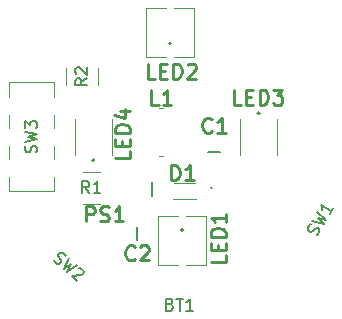
<source format=gbr>
%TF.GenerationSoftware,KiCad,Pcbnew,8.0.0*%
%TF.CreationDate,2024-03-10T03:06:54-05:00*%
%TF.ProjectId,Flashlight,466c6173-686c-4696-9768-742e6b696361,1.0*%
%TF.SameCoordinates,Original*%
%TF.FileFunction,Legend,Top*%
%TF.FilePolarity,Positive*%
%FSLAX46Y46*%
G04 Gerber Fmt 4.6, Leading zero omitted, Abs format (unit mm)*
G04 Created by KiCad (PCBNEW 8.0.0) date 2024-03-10 03:06:54*
%MOMM*%
%LPD*%
G01*
G04 APERTURE LIST*
%ADD10C,0.254000*%
%ADD11C,0.150000*%
%ADD12C,0.200000*%
%ADD13C,0.100000*%
%ADD14C,0.120000*%
%ADD15C,0.210000*%
G04 APERTURE END LIST*
D10*
X107257856Y-71974318D02*
X107257856Y-70704318D01*
X107257856Y-70704318D02*
X107741666Y-70704318D01*
X107741666Y-70704318D02*
X107862618Y-70764794D01*
X107862618Y-70764794D02*
X107923095Y-70825270D01*
X107923095Y-70825270D02*
X107983571Y-70946222D01*
X107983571Y-70946222D02*
X107983571Y-71127651D01*
X107983571Y-71127651D02*
X107923095Y-71248603D01*
X107923095Y-71248603D02*
X107862618Y-71309080D01*
X107862618Y-71309080D02*
X107741666Y-71369556D01*
X107741666Y-71369556D02*
X107257856Y-71369556D01*
X108467380Y-71913842D02*
X108648809Y-71974318D01*
X108648809Y-71974318D02*
X108951190Y-71974318D01*
X108951190Y-71974318D02*
X109072142Y-71913842D01*
X109072142Y-71913842D02*
X109132618Y-71853365D01*
X109132618Y-71853365D02*
X109193095Y-71732413D01*
X109193095Y-71732413D02*
X109193095Y-71611461D01*
X109193095Y-71611461D02*
X109132618Y-71490508D01*
X109132618Y-71490508D02*
X109072142Y-71430032D01*
X109072142Y-71430032D02*
X108951190Y-71369556D01*
X108951190Y-71369556D02*
X108709285Y-71309080D01*
X108709285Y-71309080D02*
X108588333Y-71248603D01*
X108588333Y-71248603D02*
X108527856Y-71188127D01*
X108527856Y-71188127D02*
X108467380Y-71067175D01*
X108467380Y-71067175D02*
X108467380Y-70946222D01*
X108467380Y-70946222D02*
X108527856Y-70825270D01*
X108527856Y-70825270D02*
X108588333Y-70764794D01*
X108588333Y-70764794D02*
X108709285Y-70704318D01*
X108709285Y-70704318D02*
X109011666Y-70704318D01*
X109011666Y-70704318D02*
X109193095Y-70764794D01*
X110402619Y-71974318D02*
X109676904Y-71974318D01*
X110039761Y-71974318D02*
X110039761Y-70704318D01*
X110039761Y-70704318D02*
X109918809Y-70885746D01*
X109918809Y-70885746D02*
X109797857Y-71006699D01*
X109797857Y-71006699D02*
X109676904Y-71067175D01*
X113403333Y-62074318D02*
X112798571Y-62074318D01*
X112798571Y-62074318D02*
X112798571Y-60804318D01*
X114491905Y-62074318D02*
X113766190Y-62074318D01*
X114129047Y-62074318D02*
X114129047Y-60804318D01*
X114129047Y-60804318D02*
X114008095Y-60985746D01*
X114008095Y-60985746D02*
X113887143Y-61106699D01*
X113887143Y-61106699D02*
X113766190Y-61167175D01*
X114462618Y-68474318D02*
X114462618Y-67204318D01*
X114462618Y-67204318D02*
X114764999Y-67204318D01*
X114764999Y-67204318D02*
X114946428Y-67264794D01*
X114946428Y-67264794D02*
X115067380Y-67385746D01*
X115067380Y-67385746D02*
X115127857Y-67506699D01*
X115127857Y-67506699D02*
X115188333Y-67748603D01*
X115188333Y-67748603D02*
X115188333Y-67930032D01*
X115188333Y-67930032D02*
X115127857Y-68171937D01*
X115127857Y-68171937D02*
X115067380Y-68292889D01*
X115067380Y-68292889D02*
X114946428Y-68413842D01*
X114946428Y-68413842D02*
X114764999Y-68474318D01*
X114764999Y-68474318D02*
X114462618Y-68474318D01*
X116397857Y-68474318D02*
X115672142Y-68474318D01*
X116034999Y-68474318D02*
X116034999Y-67204318D01*
X116034999Y-67204318D02*
X115914047Y-67385746D01*
X115914047Y-67385746D02*
X115793095Y-67506699D01*
X115793095Y-67506699D02*
X115672142Y-67567175D01*
X111368333Y-75153365D02*
X111307857Y-75213842D01*
X111307857Y-75213842D02*
X111126428Y-75274318D01*
X111126428Y-75274318D02*
X111005476Y-75274318D01*
X111005476Y-75274318D02*
X110824047Y-75213842D01*
X110824047Y-75213842D02*
X110703095Y-75092889D01*
X110703095Y-75092889D02*
X110642618Y-74971937D01*
X110642618Y-74971937D02*
X110582142Y-74730032D01*
X110582142Y-74730032D02*
X110582142Y-74548603D01*
X110582142Y-74548603D02*
X110642618Y-74306699D01*
X110642618Y-74306699D02*
X110703095Y-74185746D01*
X110703095Y-74185746D02*
X110824047Y-74064794D01*
X110824047Y-74064794D02*
X111005476Y-74004318D01*
X111005476Y-74004318D02*
X111126428Y-74004318D01*
X111126428Y-74004318D02*
X111307857Y-74064794D01*
X111307857Y-74064794D02*
X111368333Y-74125270D01*
X111852142Y-74125270D02*
X111912618Y-74064794D01*
X111912618Y-74064794D02*
X112033571Y-74004318D01*
X112033571Y-74004318D02*
X112335952Y-74004318D01*
X112335952Y-74004318D02*
X112456904Y-74064794D01*
X112456904Y-74064794D02*
X112517380Y-74125270D01*
X112517380Y-74125270D02*
X112577857Y-74246222D01*
X112577857Y-74246222D02*
X112577857Y-74367175D01*
X112577857Y-74367175D02*
X112517380Y-74548603D01*
X112517380Y-74548603D02*
X111791666Y-75274318D01*
X111791666Y-75274318D02*
X112577857Y-75274318D01*
X117888333Y-64353365D02*
X117827857Y-64413842D01*
X117827857Y-64413842D02*
X117646428Y-64474318D01*
X117646428Y-64474318D02*
X117525476Y-64474318D01*
X117525476Y-64474318D02*
X117344047Y-64413842D01*
X117344047Y-64413842D02*
X117223095Y-64292889D01*
X117223095Y-64292889D02*
X117162618Y-64171937D01*
X117162618Y-64171937D02*
X117102142Y-63930032D01*
X117102142Y-63930032D02*
X117102142Y-63748603D01*
X117102142Y-63748603D02*
X117162618Y-63506699D01*
X117162618Y-63506699D02*
X117223095Y-63385746D01*
X117223095Y-63385746D02*
X117344047Y-63264794D01*
X117344047Y-63264794D02*
X117525476Y-63204318D01*
X117525476Y-63204318D02*
X117646428Y-63204318D01*
X117646428Y-63204318D02*
X117827857Y-63264794D01*
X117827857Y-63264794D02*
X117888333Y-63325270D01*
X119097857Y-64474318D02*
X118372142Y-64474318D01*
X118734999Y-64474318D02*
X118734999Y-63204318D01*
X118734999Y-63204318D02*
X118614047Y-63385746D01*
X118614047Y-63385746D02*
X118493095Y-63506699D01*
X118493095Y-63506699D02*
X118372142Y-63567175D01*
D11*
X114374285Y-78991009D02*
X114517142Y-79038628D01*
X114517142Y-79038628D02*
X114564761Y-79086247D01*
X114564761Y-79086247D02*
X114612380Y-79181485D01*
X114612380Y-79181485D02*
X114612380Y-79324342D01*
X114612380Y-79324342D02*
X114564761Y-79419580D01*
X114564761Y-79419580D02*
X114517142Y-79467200D01*
X114517142Y-79467200D02*
X114421904Y-79514819D01*
X114421904Y-79514819D02*
X114040952Y-79514819D01*
X114040952Y-79514819D02*
X114040952Y-78514819D01*
X114040952Y-78514819D02*
X114374285Y-78514819D01*
X114374285Y-78514819D02*
X114469523Y-78562438D01*
X114469523Y-78562438D02*
X114517142Y-78610057D01*
X114517142Y-78610057D02*
X114564761Y-78705295D01*
X114564761Y-78705295D02*
X114564761Y-78800533D01*
X114564761Y-78800533D02*
X114517142Y-78895771D01*
X114517142Y-78895771D02*
X114469523Y-78943390D01*
X114469523Y-78943390D02*
X114374285Y-78991009D01*
X114374285Y-78991009D02*
X114040952Y-78991009D01*
X114898095Y-78514819D02*
X115469523Y-78514819D01*
X115183809Y-79514819D02*
X115183809Y-78514819D01*
X116326666Y-79514819D02*
X115755238Y-79514819D01*
X116040952Y-79514819D02*
X116040952Y-78514819D01*
X116040952Y-78514819D02*
X115945714Y-78657676D01*
X115945714Y-78657676D02*
X115850476Y-78752914D01*
X115850476Y-78752914D02*
X115755238Y-78800533D01*
X104516864Y-75254883D02*
X104595690Y-75383188D01*
X104595690Y-75383188D02*
X104778082Y-75536233D01*
X104778082Y-75536233D02*
X104881647Y-75560972D01*
X104881647Y-75560972D02*
X104948735Y-75555103D01*
X104948735Y-75555103D02*
X105046431Y-75512755D01*
X105046431Y-75512755D02*
X105107649Y-75439799D01*
X105107649Y-75439799D02*
X105132388Y-75336233D01*
X105132388Y-75336233D02*
X105126519Y-75269146D01*
X105126519Y-75269146D02*
X105084171Y-75171450D01*
X105084171Y-75171450D02*
X104968867Y-75012536D01*
X104968867Y-75012536D02*
X104926519Y-74914839D01*
X104926519Y-74914839D02*
X104920650Y-74847752D01*
X104920650Y-74847752D02*
X104945389Y-74744187D01*
X104945389Y-74744187D02*
X105006607Y-74671230D01*
X105006607Y-74671230D02*
X105104303Y-74628882D01*
X105104303Y-74628882D02*
X105171391Y-74623013D01*
X105171391Y-74623013D02*
X105274956Y-74647753D01*
X105274956Y-74647753D02*
X105457348Y-74800797D01*
X105457348Y-74800797D02*
X105536174Y-74929102D01*
X105822131Y-75106887D02*
X105361735Y-76025976D01*
X105361735Y-76025976D02*
X105966782Y-75601237D01*
X105966782Y-75601237D02*
X105653561Y-76270847D01*
X105653561Y-76270847D02*
X106478740Y-75657847D01*
X106672870Y-75945066D02*
X106739958Y-75939197D01*
X106739958Y-75939197D02*
X106843523Y-75963937D01*
X106843523Y-75963937D02*
X107025915Y-76116981D01*
X107025915Y-76116981D02*
X107068262Y-76214678D01*
X107068262Y-76214678D02*
X107074132Y-76281765D01*
X107074132Y-76281765D02*
X107049392Y-76385330D01*
X107049392Y-76385330D02*
X106988174Y-76458287D01*
X106988174Y-76458287D02*
X106859869Y-76537113D01*
X106859869Y-76537113D02*
X106054822Y-76607545D01*
X106054822Y-76607545D02*
X106529040Y-77005462D01*
X126791235Y-73158301D02*
X126903903Y-73058392D01*
X126903903Y-73058392D02*
X127022950Y-72852196D01*
X127022950Y-72852196D02*
X127029330Y-72745908D01*
X127029330Y-72745908D02*
X127011900Y-72680859D01*
X127011900Y-72680859D02*
X126953231Y-72592000D01*
X126953231Y-72592000D02*
X126870752Y-72544381D01*
X126870752Y-72544381D02*
X126764464Y-72538002D01*
X126764464Y-72538002D02*
X126699415Y-72555431D01*
X126699415Y-72555431D02*
X126610557Y-72614100D01*
X126610557Y-72614100D02*
X126474080Y-72755248D01*
X126474080Y-72755248D02*
X126385221Y-72813917D01*
X126385221Y-72813917D02*
X126320173Y-72831347D01*
X126320173Y-72831347D02*
X126213884Y-72824967D01*
X126213884Y-72824967D02*
X126131406Y-72777348D01*
X126131406Y-72777348D02*
X126072737Y-72688490D01*
X126072737Y-72688490D02*
X126055307Y-72623441D01*
X126055307Y-72623441D02*
X126061687Y-72517153D01*
X126061687Y-72517153D02*
X126180734Y-72310956D01*
X126180734Y-72310956D02*
X126293402Y-72211048D01*
X126418830Y-71898563D02*
X127403903Y-72192367D01*
X127403903Y-72192367D02*
X126880551Y-71670267D01*
X126880551Y-71670267D02*
X127594379Y-71862452D01*
X127594379Y-71862452D02*
X126847401Y-71156256D01*
X128165807Y-70872709D02*
X127880093Y-71367581D01*
X128022950Y-71120145D02*
X127156925Y-70620145D01*
X127156925Y-70620145D02*
X127233024Y-70774052D01*
X127233024Y-70774052D02*
X127267883Y-70904150D01*
X127267883Y-70904150D02*
X127261503Y-71010438D01*
X103057201Y-66133332D02*
X103104820Y-65990475D01*
X103104820Y-65990475D02*
X103104820Y-65752380D01*
X103104820Y-65752380D02*
X103057201Y-65657142D01*
X103057201Y-65657142D02*
X103009581Y-65609523D01*
X103009581Y-65609523D02*
X102914343Y-65561904D01*
X102914343Y-65561904D02*
X102819105Y-65561904D01*
X102819105Y-65561904D02*
X102723867Y-65609523D01*
X102723867Y-65609523D02*
X102676248Y-65657142D01*
X102676248Y-65657142D02*
X102628629Y-65752380D01*
X102628629Y-65752380D02*
X102581010Y-65942856D01*
X102581010Y-65942856D02*
X102533391Y-66038094D01*
X102533391Y-66038094D02*
X102485772Y-66085713D01*
X102485772Y-66085713D02*
X102390534Y-66133332D01*
X102390534Y-66133332D02*
X102295296Y-66133332D01*
X102295296Y-66133332D02*
X102200058Y-66085713D01*
X102200058Y-66085713D02*
X102152439Y-66038094D01*
X102152439Y-66038094D02*
X102104820Y-65942856D01*
X102104820Y-65942856D02*
X102104820Y-65704761D01*
X102104820Y-65704761D02*
X102152439Y-65561904D01*
X102104820Y-65228570D02*
X103104820Y-64990475D01*
X103104820Y-64990475D02*
X102390534Y-64799999D01*
X102390534Y-64799999D02*
X103104820Y-64609523D01*
X103104820Y-64609523D02*
X102104820Y-64371428D01*
X102104820Y-64085713D02*
X102104820Y-63466666D01*
X102104820Y-63466666D02*
X102485772Y-63799999D01*
X102485772Y-63799999D02*
X102485772Y-63657142D01*
X102485772Y-63657142D02*
X102533391Y-63561904D01*
X102533391Y-63561904D02*
X102581010Y-63514285D01*
X102581010Y-63514285D02*
X102676248Y-63466666D01*
X102676248Y-63466666D02*
X102914343Y-63466666D01*
X102914343Y-63466666D02*
X103009581Y-63514285D01*
X103009581Y-63514285D02*
X103057201Y-63561904D01*
X103057201Y-63561904D02*
X103104820Y-63657142D01*
X103104820Y-63657142D02*
X103104820Y-63942856D01*
X103104820Y-63942856D02*
X103057201Y-64038094D01*
X103057201Y-64038094D02*
X103009581Y-64085713D01*
X107533333Y-69554819D02*
X107200000Y-69078628D01*
X106961905Y-69554819D02*
X106961905Y-68554819D01*
X106961905Y-68554819D02*
X107342857Y-68554819D01*
X107342857Y-68554819D02*
X107438095Y-68602438D01*
X107438095Y-68602438D02*
X107485714Y-68650057D01*
X107485714Y-68650057D02*
X107533333Y-68745295D01*
X107533333Y-68745295D02*
X107533333Y-68888152D01*
X107533333Y-68888152D02*
X107485714Y-68983390D01*
X107485714Y-68983390D02*
X107438095Y-69031009D01*
X107438095Y-69031009D02*
X107342857Y-69078628D01*
X107342857Y-69078628D02*
X106961905Y-69078628D01*
X108485714Y-69554819D02*
X107914286Y-69554819D01*
X108200000Y-69554819D02*
X108200000Y-68554819D01*
X108200000Y-68554819D02*
X108104762Y-68697676D01*
X108104762Y-68697676D02*
X108009524Y-68792914D01*
X108009524Y-68792914D02*
X107914286Y-68840533D01*
X107354819Y-59866666D02*
X106878628Y-60199999D01*
X107354819Y-60438094D02*
X106354819Y-60438094D01*
X106354819Y-60438094D02*
X106354819Y-60057142D01*
X106354819Y-60057142D02*
X106402438Y-59961904D01*
X106402438Y-59961904D02*
X106450057Y-59914285D01*
X106450057Y-59914285D02*
X106545295Y-59866666D01*
X106545295Y-59866666D02*
X106688152Y-59866666D01*
X106688152Y-59866666D02*
X106783390Y-59914285D01*
X106783390Y-59914285D02*
X106831009Y-59961904D01*
X106831009Y-59961904D02*
X106878628Y-60057142D01*
X106878628Y-60057142D02*
X106878628Y-60438094D01*
X106450057Y-59485713D02*
X106402438Y-59438094D01*
X106402438Y-59438094D02*
X106354819Y-59342856D01*
X106354819Y-59342856D02*
X106354819Y-59104761D01*
X106354819Y-59104761D02*
X106402438Y-59009523D01*
X106402438Y-59009523D02*
X106450057Y-58961904D01*
X106450057Y-58961904D02*
X106545295Y-58914285D01*
X106545295Y-58914285D02*
X106640533Y-58914285D01*
X106640533Y-58914285D02*
X106783390Y-58961904D01*
X106783390Y-58961904D02*
X107354819Y-59533332D01*
X107354819Y-59533332D02*
X107354819Y-58914285D01*
D10*
X119074319Y-74821189D02*
X119074319Y-75425951D01*
X119074319Y-75425951D02*
X117804319Y-75425951D01*
X118409081Y-74397856D02*
X118409081Y-73974522D01*
X119074319Y-73793094D02*
X119074319Y-74397856D01*
X119074319Y-74397856D02*
X117804319Y-74397856D01*
X117804319Y-74397856D02*
X117804319Y-73793094D01*
X119074319Y-73248808D02*
X117804319Y-73248808D01*
X117804319Y-73248808D02*
X117804319Y-72946427D01*
X117804319Y-72946427D02*
X117864795Y-72764998D01*
X117864795Y-72764998D02*
X117985747Y-72644046D01*
X117985747Y-72644046D02*
X118106700Y-72583569D01*
X118106700Y-72583569D02*
X118348604Y-72523093D01*
X118348604Y-72523093D02*
X118530033Y-72523093D01*
X118530033Y-72523093D02*
X118771938Y-72583569D01*
X118771938Y-72583569D02*
X118892890Y-72644046D01*
X118892890Y-72644046D02*
X119013843Y-72764998D01*
X119013843Y-72764998D02*
X119074319Y-72946427D01*
X119074319Y-72946427D02*
X119074319Y-73248808D01*
X119074319Y-71313569D02*
X119074319Y-72039284D01*
X119074319Y-71676427D02*
X117804319Y-71676427D01*
X117804319Y-71676427D02*
X117985747Y-71797379D01*
X117985747Y-71797379D02*
X118106700Y-71918331D01*
X118106700Y-71918331D02*
X118167176Y-72039284D01*
X110974318Y-66021190D02*
X110974318Y-66625952D01*
X110974318Y-66625952D02*
X109704318Y-66625952D01*
X110309080Y-65597857D02*
X110309080Y-65174523D01*
X110974318Y-64993095D02*
X110974318Y-65597857D01*
X110974318Y-65597857D02*
X109704318Y-65597857D01*
X109704318Y-65597857D02*
X109704318Y-64993095D01*
X110974318Y-64448809D02*
X109704318Y-64448809D01*
X109704318Y-64448809D02*
X109704318Y-64146428D01*
X109704318Y-64146428D02*
X109764794Y-63964999D01*
X109764794Y-63964999D02*
X109885746Y-63844047D01*
X109885746Y-63844047D02*
X110006699Y-63783570D01*
X110006699Y-63783570D02*
X110248603Y-63723094D01*
X110248603Y-63723094D02*
X110430032Y-63723094D01*
X110430032Y-63723094D02*
X110671937Y-63783570D01*
X110671937Y-63783570D02*
X110792889Y-63844047D01*
X110792889Y-63844047D02*
X110913842Y-63964999D01*
X110913842Y-63964999D02*
X110974318Y-64146428D01*
X110974318Y-64146428D02*
X110974318Y-64448809D01*
X110127651Y-62634523D02*
X110974318Y-62634523D01*
X109643842Y-62936904D02*
X110550984Y-63239285D01*
X110550984Y-63239285D02*
X110550984Y-62453094D01*
X113078809Y-59874318D02*
X112474047Y-59874318D01*
X112474047Y-59874318D02*
X112474047Y-58604318D01*
X113502142Y-59209080D02*
X113925476Y-59209080D01*
X114106904Y-59874318D02*
X113502142Y-59874318D01*
X113502142Y-59874318D02*
X113502142Y-58604318D01*
X113502142Y-58604318D02*
X114106904Y-58604318D01*
X114651190Y-59874318D02*
X114651190Y-58604318D01*
X114651190Y-58604318D02*
X114953571Y-58604318D01*
X114953571Y-58604318D02*
X115135000Y-58664794D01*
X115135000Y-58664794D02*
X115255952Y-58785746D01*
X115255952Y-58785746D02*
X115316429Y-58906699D01*
X115316429Y-58906699D02*
X115376905Y-59148603D01*
X115376905Y-59148603D02*
X115376905Y-59330032D01*
X115376905Y-59330032D02*
X115316429Y-59571937D01*
X115316429Y-59571937D02*
X115255952Y-59692889D01*
X115255952Y-59692889D02*
X115135000Y-59813842D01*
X115135000Y-59813842D02*
X114953571Y-59874318D01*
X114953571Y-59874318D02*
X114651190Y-59874318D01*
X115860714Y-58725270D02*
X115921190Y-58664794D01*
X115921190Y-58664794D02*
X116042143Y-58604318D01*
X116042143Y-58604318D02*
X116344524Y-58604318D01*
X116344524Y-58604318D02*
X116465476Y-58664794D01*
X116465476Y-58664794D02*
X116525952Y-58725270D01*
X116525952Y-58725270D02*
X116586429Y-58846222D01*
X116586429Y-58846222D02*
X116586429Y-58967175D01*
X116586429Y-58967175D02*
X116525952Y-59148603D01*
X116525952Y-59148603D02*
X115800238Y-59874318D01*
X115800238Y-59874318D02*
X116586429Y-59874318D01*
X120378809Y-62074318D02*
X119774047Y-62074318D01*
X119774047Y-62074318D02*
X119774047Y-60804318D01*
X120802142Y-61409080D02*
X121225476Y-61409080D01*
X121406904Y-62074318D02*
X120802142Y-62074318D01*
X120802142Y-62074318D02*
X120802142Y-60804318D01*
X120802142Y-60804318D02*
X121406904Y-60804318D01*
X121951190Y-62074318D02*
X121951190Y-60804318D01*
X121951190Y-60804318D02*
X122253571Y-60804318D01*
X122253571Y-60804318D02*
X122435000Y-60864794D01*
X122435000Y-60864794D02*
X122555952Y-60985746D01*
X122555952Y-60985746D02*
X122616429Y-61106699D01*
X122616429Y-61106699D02*
X122676905Y-61348603D01*
X122676905Y-61348603D02*
X122676905Y-61530032D01*
X122676905Y-61530032D02*
X122616429Y-61771937D01*
X122616429Y-61771937D02*
X122555952Y-61892889D01*
X122555952Y-61892889D02*
X122435000Y-62013842D01*
X122435000Y-62013842D02*
X122253571Y-62074318D01*
X122253571Y-62074318D02*
X121951190Y-62074318D01*
X123100238Y-60804318D02*
X123886429Y-60804318D01*
X123886429Y-60804318D02*
X123463095Y-61288127D01*
X123463095Y-61288127D02*
X123644524Y-61288127D01*
X123644524Y-61288127D02*
X123765476Y-61348603D01*
X123765476Y-61348603D02*
X123825952Y-61409080D01*
X123825952Y-61409080D02*
X123886429Y-61530032D01*
X123886429Y-61530032D02*
X123886429Y-61832413D01*
X123886429Y-61832413D02*
X123825952Y-61953365D01*
X123825952Y-61953365D02*
X123765476Y-62013842D01*
X123765476Y-62013842D02*
X123644524Y-62074318D01*
X123644524Y-62074318D02*
X123281667Y-62074318D01*
X123281667Y-62074318D02*
X123160714Y-62013842D01*
X123160714Y-62013842D02*
X123100238Y-61953365D01*
D12*
%TO.C,PS1*%
X112850000Y-68600000D02*
X112850000Y-69800000D01*
D13*
%TO.C,L1*%
X113815000Y-66450000D02*
X113415000Y-66450000D01*
X113815000Y-62350000D02*
X113415000Y-62350000D01*
%TO.C,D1*%
X116575000Y-70100000D02*
X114625000Y-70100000D01*
X116525000Y-68700000D02*
X114725000Y-68700000D01*
X117925000Y-69100000D02*
X117925000Y-69100000D01*
X117825000Y-69100000D02*
X117825000Y-69100000D01*
X117825000Y-69100000D02*
G75*
G02*
X117925000Y-69100000I50000J0D01*
G01*
X117925000Y-69100000D02*
G75*
G02*
X117825000Y-69100000I-50000J0D01*
G01*
D12*
%TO.C,C2*%
X111580000Y-73525000D02*
X111580000Y-72475000D01*
%TO.C,C1*%
X117575000Y-66100000D02*
X118625000Y-66100000D01*
D14*
%TO.C,SW3*%
X100730001Y-69420000D02*
X104570001Y-69420000D01*
X100730001Y-69420000D02*
X100730001Y-68170000D01*
X104570001Y-69420000D02*
X104570001Y-68170000D01*
X100730001Y-65550000D02*
X100730001Y-66650000D01*
X104570001Y-65550000D02*
X104570001Y-66650000D01*
X100730001Y-62950000D02*
X100730001Y-64050000D01*
X104570001Y-62950000D02*
X104570001Y-64050000D01*
X100730001Y-61430000D02*
X100730001Y-60180000D01*
X100730001Y-60180000D02*
X104570001Y-60180000D01*
X104570001Y-60180000D02*
X104570001Y-61430000D01*
%TO.C,R1*%
X106976263Y-67745000D02*
X108423737Y-67745000D01*
X106976263Y-70455000D02*
X108423737Y-70455000D01*
%TO.C,R2*%
X105545000Y-60423737D02*
X105545000Y-58976263D01*
X108255000Y-60423737D02*
X108255000Y-58976263D01*
%TO.C,LED1*%
D15*
X115485000Y-72700000D02*
G75*
G02*
X115275000Y-72700000I-105000J0D01*
G01*
X115275000Y-72700000D02*
G75*
G02*
X115485000Y-72700000I105000J0D01*
G01*
D14*
X117440000Y-71540000D02*
X115690000Y-71540000D01*
X113320000Y-71540000D02*
X115070000Y-71540000D01*
X117440000Y-75660000D02*
X117440000Y-71540000D01*
X115690000Y-75660000D02*
X117440000Y-75660000D01*
X115070000Y-75660000D02*
X113320000Y-75660000D01*
X113320000Y-75660000D02*
X113320000Y-71540000D01*
D13*
%TO.C,LED4*%
X109430000Y-63310000D02*
X109430000Y-66310000D01*
X106330000Y-63310000D02*
X106330000Y-66310000D01*
D12*
X107980000Y-66810000D02*
X107980000Y-66810000D01*
X107780000Y-66810000D02*
X107780000Y-66810000D01*
X107980000Y-66810000D02*
G75*
G02*
X107780000Y-66810000I-100000J0D01*
G01*
X107780000Y-66810000D02*
G75*
G02*
X107980000Y-66810000I100000J0D01*
G01*
D14*
%TO.C,LED2*%
X116440000Y-53940000D02*
X116440000Y-58060000D01*
X114690000Y-53940000D02*
X116440000Y-53940000D01*
X114070000Y-53940000D02*
X112320000Y-53940000D01*
X112320000Y-53940000D02*
X112320000Y-58060000D01*
X116440000Y-58060000D02*
X114690000Y-58060000D01*
X112320000Y-58060000D02*
X114070000Y-58060000D01*
D15*
X114485000Y-56900000D02*
G75*
G02*
X114275000Y-56900000I-105000J0D01*
G01*
X114275000Y-56900000D02*
G75*
G02*
X114485000Y-56900000I105000J0D01*
G01*
D13*
%TO.C,LED3*%
X120330000Y-66310000D02*
X120330000Y-63310000D01*
X123430000Y-66310000D02*
X123430000Y-63310000D01*
D12*
X121780000Y-62810000D02*
X121780000Y-62810000D01*
X121980000Y-62810000D02*
X121980000Y-62810000D01*
X121780000Y-62810000D02*
G75*
G02*
X121980000Y-62810000I100000J0D01*
G01*
X121980000Y-62810000D02*
G75*
G02*
X121780000Y-62810000I-100000J0D01*
G01*
%TD*%
M02*

</source>
